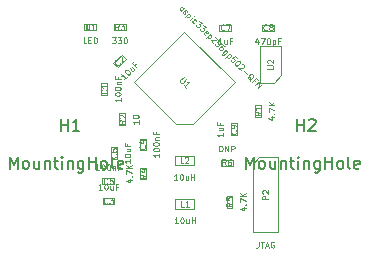
<source format=gbr>
G04 #@! TF.GenerationSoftware,KiCad,Pcbnew,5.1.9*
G04 #@! TF.CreationDate,2021-04-01T11:10:47+02:00*
G04 #@! TF.ProjectId,Y11025HL,59313130-3235-4484-9c2e-6b696361645f,rev?*
G04 #@! TF.SameCoordinates,Original*
G04 #@! TF.FileFunction,Other,Fab,Top*
%FSLAX45Y45*%
G04 Gerber Fmt 4.5, Leading zero omitted, Abs format (unit mm)*
G04 Created by KiCad (PCBNEW 5.1.9) date 2021-04-01 11:10:47*
%MOMM*%
%LPD*%
G01*
G04 APERTURE LIST*
%ADD10C,0.100000*%
%ADD11C,0.070000*%
%ADD12C,0.150000*%
G04 APERTURE END LIST*
D10*
X10071911Y-9688053D02*
X9930489Y-9688053D01*
X10425464Y-9334500D02*
X10071911Y-9688053D01*
X10001200Y-8910236D02*
X10425464Y-9334500D01*
X9576936Y-9334500D02*
X10001200Y-8910236D01*
X9930489Y-9688053D02*
X9576936Y-9334500D01*
X9346800Y-9439350D02*
X9296800Y-9439350D01*
X9296800Y-9439350D02*
X9296800Y-9339350D01*
X9296800Y-9339350D02*
X9346800Y-9339350D01*
X9346800Y-9339350D02*
X9346800Y-9439350D01*
X9505643Y-9135212D02*
X9434932Y-9205923D01*
X9470288Y-9099857D02*
X9505643Y-9135212D01*
X9399577Y-9170568D02*
X9470288Y-9099857D01*
X9434932Y-9205923D02*
X9399577Y-9170568D01*
X9307600Y-10312800D02*
X9407600Y-10312800D01*
X9307600Y-10362800D02*
X9307600Y-10312800D01*
X9407600Y-10362800D02*
X9307600Y-10362800D01*
X9407600Y-10312800D02*
X9407600Y-10362800D01*
X9671920Y-9910280D02*
X9621920Y-9910280D01*
X9621920Y-9910280D02*
X9621920Y-9810280D01*
X9621920Y-9810280D02*
X9671920Y-9810280D01*
X9671920Y-9810280D02*
X9671920Y-9910280D01*
X9405850Y-10147700D02*
X9405850Y-10197700D01*
X9405850Y-10197700D02*
X9305850Y-10197700D01*
X9305850Y-10197700D02*
X9305850Y-10147700D01*
X9305850Y-10147700D02*
X9405850Y-10147700D01*
X9429350Y-9883700D02*
X9429350Y-9983700D01*
X9379350Y-9883700D02*
X9429350Y-9883700D01*
X9379350Y-9983700D02*
X9379350Y-9883700D01*
X9429350Y-9983700D02*
X9379350Y-9983700D01*
X10396400Y-8895950D02*
X10296400Y-8895950D01*
X10396400Y-8845950D02*
X10396400Y-8895950D01*
X10296400Y-8845950D02*
X10396400Y-8845950D01*
X10296400Y-8895950D02*
X10296400Y-8845950D01*
X10758400Y-8895950D02*
X10658400Y-8895950D01*
X10758400Y-8845950D02*
X10758400Y-8895950D01*
X10658400Y-8845950D02*
X10758400Y-8845950D01*
X10658400Y-8895950D02*
X10658400Y-8845950D01*
X10395400Y-9682250D02*
X10445400Y-9682250D01*
X10445400Y-9682250D02*
X10445400Y-9782250D01*
X10445400Y-9782250D02*
X10395400Y-9782250D01*
X10395400Y-9782250D02*
X10395400Y-9682250D01*
X9173450Y-8889600D02*
X9173450Y-8839600D01*
X9163450Y-8889600D02*
X9163450Y-8839600D01*
X9253450Y-8889600D02*
X9153450Y-8889600D01*
X9253450Y-8839600D02*
X9253450Y-8889600D01*
X9153450Y-8839600D02*
X9253450Y-8839600D01*
X9153450Y-8889600D02*
X9153450Y-8839600D01*
X9925000Y-10403200D02*
X9925000Y-10323200D01*
X9925000Y-10323200D02*
X10085000Y-10323200D01*
X10085000Y-10323200D02*
X10085000Y-10403200D01*
X10085000Y-10403200D02*
X9925000Y-10403200D01*
X10079980Y-10034900D02*
X9919980Y-10034900D01*
X10079980Y-9954900D02*
X10079980Y-10034900D01*
X9919980Y-9954900D02*
X10079980Y-9954900D01*
X9919980Y-10034900D02*
X9919980Y-9954900D01*
X10582000Y-10022000D02*
X10634500Y-9969500D01*
X10582000Y-10604500D02*
X10582000Y-10022000D01*
X10792000Y-10604500D02*
X10582000Y-10604500D01*
X10792000Y-9969500D02*
X10792000Y-10604500D01*
X10634500Y-9969500D02*
X10792000Y-9969500D01*
X10648600Y-9625800D02*
X10598600Y-9625800D01*
X10598600Y-9625800D02*
X10598600Y-9525800D01*
X10598600Y-9525800D02*
X10648600Y-9525800D01*
X10648600Y-9525800D02*
X10648600Y-9625800D01*
X9499200Y-9597950D02*
X9499200Y-9697950D01*
X9449200Y-9597950D02*
X9499200Y-9597950D01*
X9449200Y-9697950D02*
X9449200Y-9597950D01*
X9499200Y-9697950D02*
X9449200Y-9697950D01*
X9402850Y-8889600D02*
X9402850Y-8839600D01*
X9402850Y-8839600D02*
X9502850Y-8839600D01*
X9502850Y-8839600D02*
X9502850Y-8889600D01*
X9502850Y-8889600D02*
X9402850Y-8889600D01*
X9627000Y-10056700D02*
X9677000Y-10056700D01*
X9677000Y-10056700D02*
X9677000Y-10156700D01*
X9677000Y-10156700D02*
X9627000Y-10156700D01*
X9627000Y-10156700D02*
X9627000Y-10056700D01*
X10407200Y-10294200D02*
X10407200Y-10394200D01*
X10357200Y-10294200D02*
X10407200Y-10294200D01*
X10357200Y-10394200D02*
X10357200Y-10294200D01*
X10407200Y-10394200D02*
X10357200Y-10394200D01*
X10309200Y-9989000D02*
X10409200Y-9989000D01*
X10309200Y-10039000D02*
X10309200Y-9989000D01*
X10409200Y-10039000D02*
X10309200Y-10039000D01*
X10409200Y-9989000D02*
X10409200Y-10039000D01*
X10641500Y-9337100D02*
X10641500Y-9027100D01*
X10641500Y-9027100D02*
X10821500Y-9027100D01*
X10821500Y-9272100D02*
X10821500Y-9027100D01*
X10641500Y-9337100D02*
X10756500Y-9337100D01*
X10821500Y-9272100D02*
X10756500Y-9337100D01*
D11*
X9971064Y-8728240D02*
X10006419Y-8692885D01*
X9972747Y-8726557D02*
X9967697Y-8724873D01*
X9960962Y-8718139D01*
X9959279Y-8713088D01*
X9959279Y-8709721D01*
X9960962Y-8704670D01*
X9971064Y-8694568D01*
X9976115Y-8692885D01*
X9979482Y-8692885D01*
X9984532Y-8694568D01*
X9991267Y-8701303D01*
X9992950Y-8706353D01*
X9987900Y-8741709D02*
X9989583Y-8746760D01*
X9996318Y-8753494D01*
X10001368Y-8755178D01*
X10006419Y-8753494D01*
X10008103Y-8751810D01*
X10009786Y-8746760D01*
X10008103Y-8741709D01*
X10003052Y-8736658D01*
X10001368Y-8731607D01*
X10003052Y-8726557D01*
X10004736Y-8724873D01*
X10009786Y-8723189D01*
X10014837Y-8724873D01*
X10019888Y-8729924D01*
X10021571Y-8734974D01*
X10040091Y-8750127D02*
X10004736Y-8785482D01*
X10038407Y-8751810D02*
X10043458Y-8753494D01*
X10050192Y-8760228D01*
X10051876Y-8765279D01*
X10051876Y-8768646D01*
X10050192Y-8773697D01*
X10040091Y-8783799D01*
X10035040Y-8785482D01*
X10031673Y-8785482D01*
X10026622Y-8783799D01*
X10019888Y-8777064D01*
X10018204Y-8772013D01*
X10048509Y-8805685D02*
X10072079Y-8782115D01*
X10083864Y-8770330D02*
X10080497Y-8770330D01*
X10080497Y-8773697D01*
X10083864Y-8773697D01*
X10083864Y-8770330D01*
X10080497Y-8773697D01*
X10082181Y-8835990D02*
X10077130Y-8834306D01*
X10070395Y-8827572D01*
X10068712Y-8822521D01*
X10068712Y-8819154D01*
X10070395Y-8814103D01*
X10080497Y-8804002D01*
X10085548Y-8802318D01*
X10088915Y-8802318D01*
X10093966Y-8804002D01*
X10100700Y-8810736D01*
X10102384Y-8815787D01*
X10127637Y-8814103D02*
X10149524Y-8835990D01*
X10124270Y-8837673D01*
X10129321Y-8842724D01*
X10131005Y-8847775D01*
X10131005Y-8851142D01*
X10129321Y-8856193D01*
X10120903Y-8864611D01*
X10115852Y-8866294D01*
X10112485Y-8866294D01*
X10107434Y-8864611D01*
X10097333Y-8854509D01*
X10095649Y-8849458D01*
X10095649Y-8846091D01*
X10161309Y-8847775D02*
X10183196Y-8869661D01*
X10157942Y-8871345D01*
X10162993Y-8876396D01*
X10164676Y-8881447D01*
X10164676Y-8884814D01*
X10162993Y-8889865D01*
X10154575Y-8898282D01*
X10149524Y-8899966D01*
X10146157Y-8899966D01*
X10141106Y-8898282D01*
X10131005Y-8888181D01*
X10129321Y-8883130D01*
X10129321Y-8879763D01*
X10178145Y-8931954D02*
X10173094Y-8930271D01*
X10166360Y-8923536D01*
X10164676Y-8918486D01*
X10166360Y-8913435D01*
X10179829Y-8899966D01*
X10184879Y-8898282D01*
X10189930Y-8899966D01*
X10196665Y-8906700D01*
X10198348Y-8911751D01*
X10196665Y-8916802D01*
X10193297Y-8920169D01*
X10173094Y-8906700D01*
X10216868Y-8926903D02*
X10181512Y-8962259D01*
X10215184Y-8928587D02*
X10220235Y-8930271D01*
X10226969Y-8937005D01*
X10228653Y-8942056D01*
X10228653Y-8945423D01*
X10226969Y-8950474D01*
X10216868Y-8960575D01*
X10211817Y-8962259D01*
X10208450Y-8962259D01*
X10203399Y-8960575D01*
X10196665Y-8953841D01*
X10194981Y-8948790D01*
X10255590Y-8948790D02*
X10258957Y-8948790D01*
X10264008Y-8950474D01*
X10272426Y-8958892D01*
X10274110Y-8963942D01*
X10274110Y-8967310D01*
X10272426Y-8972360D01*
X10269059Y-8975728D01*
X10262324Y-8979095D01*
X10221918Y-8979095D01*
X10243805Y-9000981D01*
X10311148Y-8997614D02*
X10294313Y-8980778D01*
X10275793Y-8995931D01*
X10279160Y-8995931D01*
X10284211Y-8997614D01*
X10292629Y-9006032D01*
X10294313Y-9011083D01*
X10294313Y-9014450D01*
X10292629Y-9019501D01*
X10284211Y-9027919D01*
X10279160Y-9029602D01*
X10275793Y-9029602D01*
X10270742Y-9027919D01*
X10262324Y-9019501D01*
X10260641Y-9014450D01*
X10260641Y-9011083D01*
X10343137Y-9029602D02*
X10336402Y-9022868D01*
X10331352Y-9021184D01*
X10327984Y-9021184D01*
X10319566Y-9022868D01*
X10311148Y-9027919D01*
X10297680Y-9041387D01*
X10295996Y-9046438D01*
X10295996Y-9049805D01*
X10297680Y-9054856D01*
X10304414Y-9061590D01*
X10309465Y-9063274D01*
X10312832Y-9063274D01*
X10317883Y-9061590D01*
X10326301Y-9053173D01*
X10327984Y-9048122D01*
X10327984Y-9044755D01*
X10326301Y-9039704D01*
X10319566Y-9032969D01*
X10314516Y-9031286D01*
X10311148Y-9031286D01*
X10306098Y-9032969D01*
X10365023Y-9075059D02*
X10336402Y-9103680D01*
X10331352Y-9105364D01*
X10327984Y-9105364D01*
X10322934Y-9103680D01*
X10317883Y-9098629D01*
X10316199Y-9093579D01*
X10343137Y-9096946D02*
X10338086Y-9095262D01*
X10331352Y-9088528D01*
X10329668Y-9083477D01*
X10329668Y-9080110D01*
X10331352Y-9075059D01*
X10341453Y-9064958D01*
X10346504Y-9063274D01*
X10349871Y-9063274D01*
X10354922Y-9064958D01*
X10361656Y-9071692D01*
X10363340Y-9076743D01*
X10381859Y-9091895D02*
X10346504Y-9127250D01*
X10380176Y-9093579D02*
X10385226Y-9095262D01*
X10391961Y-9101997D01*
X10393644Y-9107047D01*
X10393644Y-9110415D01*
X10391961Y-9115465D01*
X10381859Y-9125567D01*
X10376808Y-9127250D01*
X10373441Y-9127250D01*
X10368390Y-9125567D01*
X10361656Y-9118832D01*
X10359972Y-9113782D01*
X10442468Y-9128934D02*
X10425632Y-9112098D01*
X10407113Y-9127250D01*
X10410480Y-9127250D01*
X10415531Y-9128934D01*
X10423949Y-9137352D01*
X10425632Y-9142403D01*
X10425632Y-9145770D01*
X10423949Y-9150821D01*
X10415531Y-9159239D01*
X10410480Y-9160922D01*
X10407113Y-9160922D01*
X10402062Y-9159239D01*
X10393644Y-9150821D01*
X10391961Y-9145770D01*
X10391961Y-9142403D01*
X10466039Y-9152504D02*
X10469406Y-9155871D01*
X10471089Y-9160922D01*
X10471089Y-9164289D01*
X10469406Y-9169340D01*
X10464355Y-9177758D01*
X10455937Y-9186176D01*
X10447519Y-9191227D01*
X10442468Y-9192910D01*
X10439101Y-9192910D01*
X10434050Y-9191227D01*
X10430683Y-9187860D01*
X10429000Y-9182809D01*
X10429000Y-9179442D01*
X10430683Y-9174391D01*
X10435734Y-9165973D01*
X10444152Y-9157555D01*
X10452570Y-9152504D01*
X10457621Y-9150821D01*
X10460988Y-9150821D01*
X10466039Y-9152504D01*
X10487925Y-9181125D02*
X10491292Y-9181125D01*
X10496343Y-9182809D01*
X10504761Y-9191227D01*
X10506445Y-9196277D01*
X10506445Y-9199645D01*
X10504761Y-9204695D01*
X10501394Y-9208063D01*
X10494660Y-9211430D01*
X10454253Y-9211430D01*
X10476140Y-9233316D01*
X10504761Y-9235000D02*
X10531698Y-9261937D01*
X10555269Y-9319179D02*
X10553585Y-9314129D01*
X10553585Y-9307394D01*
X10553585Y-9297293D01*
X10551901Y-9292242D01*
X10548534Y-9288875D01*
X10541800Y-9298976D02*
X10540116Y-9293926D01*
X10540116Y-9287191D01*
X10545167Y-9278773D01*
X10556952Y-9266988D01*
X10565370Y-9261937D01*
X10572105Y-9261937D01*
X10577155Y-9263621D01*
X10583890Y-9270355D01*
X10585573Y-9275406D01*
X10585573Y-9282140D01*
X10580522Y-9290558D01*
X10568737Y-9302343D01*
X10560319Y-9307394D01*
X10553585Y-9307394D01*
X10548534Y-9305711D01*
X10541800Y-9298976D01*
X10602409Y-9322547D02*
X10590624Y-9310761D01*
X10572105Y-9329281D02*
X10607460Y-9293926D01*
X10624296Y-9310761D01*
X10602409Y-9359585D02*
X10637764Y-9324230D01*
X10622612Y-9379789D01*
X10657967Y-9344433D01*
X9993624Y-9288201D02*
X9965003Y-9316822D01*
X9963319Y-9321873D01*
X9963319Y-9325240D01*
X9965003Y-9330291D01*
X9971737Y-9337025D01*
X9976788Y-9338709D01*
X9980155Y-9338709D01*
X9985206Y-9337025D01*
X10013827Y-9308404D01*
X10013827Y-9379115D02*
X9993624Y-9358912D01*
X10003725Y-9369014D02*
X10039081Y-9333658D01*
X10030663Y-9335342D01*
X10023928Y-9335342D01*
X10018878Y-9333658D01*
X9461419Y-9466731D02*
X9461419Y-9495302D01*
X9461419Y-9481017D02*
X9411419Y-9481017D01*
X9418562Y-9485779D01*
X9423324Y-9490540D01*
X9425705Y-9495302D01*
X9411419Y-9435779D02*
X9411419Y-9431017D01*
X9413800Y-9426255D01*
X9416181Y-9423874D01*
X9420943Y-9421493D01*
X9430467Y-9419112D01*
X9442371Y-9419112D01*
X9451895Y-9421493D01*
X9456657Y-9423874D01*
X9459038Y-9426255D01*
X9461419Y-9431017D01*
X9461419Y-9435779D01*
X9459038Y-9440540D01*
X9456657Y-9442921D01*
X9451895Y-9445302D01*
X9442371Y-9447683D01*
X9430467Y-9447683D01*
X9420943Y-9445302D01*
X9416181Y-9442921D01*
X9413800Y-9440540D01*
X9411419Y-9435779D01*
X9411419Y-9388160D02*
X9411419Y-9383398D01*
X9413800Y-9378636D01*
X9416181Y-9376255D01*
X9420943Y-9373874D01*
X9430467Y-9371493D01*
X9442371Y-9371493D01*
X9451895Y-9373874D01*
X9456657Y-9376255D01*
X9459038Y-9378636D01*
X9461419Y-9383398D01*
X9461419Y-9388160D01*
X9459038Y-9392921D01*
X9456657Y-9395302D01*
X9451895Y-9397683D01*
X9442371Y-9400064D01*
X9430467Y-9400064D01*
X9420943Y-9397683D01*
X9416181Y-9395302D01*
X9413800Y-9392921D01*
X9411419Y-9388160D01*
X9428086Y-9350064D02*
X9461419Y-9350064D01*
X9432848Y-9350064D02*
X9430467Y-9347683D01*
X9428086Y-9342921D01*
X9428086Y-9335779D01*
X9430467Y-9331017D01*
X9435229Y-9328636D01*
X9461419Y-9328636D01*
X9435229Y-9288160D02*
X9435229Y-9304826D01*
X9461419Y-9304826D02*
X9411419Y-9304826D01*
X9411419Y-9281017D01*
X9339657Y-9397683D02*
X9342038Y-9400064D01*
X9344419Y-9407207D01*
X9344419Y-9411969D01*
X9342038Y-9419112D01*
X9337276Y-9423874D01*
X9332514Y-9426255D01*
X9322990Y-9428636D01*
X9315848Y-9428636D01*
X9306324Y-9426255D01*
X9301562Y-9423874D01*
X9296800Y-9419112D01*
X9294419Y-9411969D01*
X9294419Y-9407207D01*
X9296800Y-9400064D01*
X9299181Y-9397683D01*
X9344419Y-9350064D02*
X9344419Y-9378636D01*
X9344419Y-9364350D02*
X9294419Y-9364350D01*
X9301562Y-9369112D01*
X9306324Y-9373874D01*
X9308705Y-9378636D01*
X9513455Y-9289496D02*
X9493252Y-9309699D01*
X9503353Y-9299598D02*
X9467998Y-9264242D01*
X9469682Y-9272660D01*
X9469682Y-9279395D01*
X9467998Y-9284446D01*
X9499986Y-9232254D02*
X9503353Y-9228887D01*
X9508404Y-9227204D01*
X9511771Y-9227204D01*
X9516822Y-9228887D01*
X9525240Y-9233938D01*
X9533658Y-9242356D01*
X9538709Y-9250774D01*
X9540392Y-9255825D01*
X9540392Y-9259192D01*
X9538709Y-9264242D01*
X9535342Y-9267610D01*
X9530291Y-9269293D01*
X9526924Y-9269293D01*
X9521873Y-9267610D01*
X9513455Y-9262559D01*
X9505037Y-9254141D01*
X9499986Y-9245723D01*
X9498303Y-9240672D01*
X9498303Y-9237305D01*
X9499986Y-9232254D01*
X9553861Y-9201950D02*
X9577431Y-9225520D01*
X9538709Y-9217102D02*
X9557228Y-9235622D01*
X9562279Y-9237305D01*
X9567330Y-9235622D01*
X9572380Y-9230571D01*
X9574064Y-9225520D01*
X9574064Y-9222153D01*
X9587533Y-9178380D02*
X9575748Y-9190165D01*
X9594267Y-9208684D02*
X9558912Y-9173329D01*
X9575748Y-9156493D01*
X9459344Y-9171409D02*
X9459344Y-9174777D01*
X9455977Y-9181511D01*
X9452610Y-9184878D01*
X9445876Y-9188245D01*
X9439141Y-9188245D01*
X9434091Y-9186562D01*
X9425673Y-9181511D01*
X9420622Y-9176460D01*
X9415571Y-9168042D01*
X9413887Y-9162992D01*
X9413887Y-9156257D01*
X9417255Y-9149523D01*
X9420622Y-9146156D01*
X9427356Y-9142788D01*
X9430723Y-9142788D01*
X9444192Y-9129320D02*
X9444192Y-9125953D01*
X9445876Y-9120902D01*
X9454294Y-9112484D01*
X9459344Y-9110800D01*
X9462712Y-9110800D01*
X9467762Y-9112484D01*
X9471129Y-9115851D01*
X9474497Y-9122585D01*
X9474497Y-9162992D01*
X9496383Y-9141105D01*
X9304029Y-10243419D02*
X9275457Y-10243419D01*
X9289743Y-10243419D02*
X9289743Y-10193419D01*
X9284981Y-10200562D01*
X9280219Y-10205324D01*
X9275457Y-10207705D01*
X9334981Y-10193419D02*
X9339743Y-10193419D01*
X9344505Y-10195800D01*
X9346886Y-10198181D01*
X9349267Y-10202943D01*
X9351648Y-10212467D01*
X9351648Y-10224371D01*
X9349267Y-10233895D01*
X9346886Y-10238657D01*
X9344505Y-10241038D01*
X9339743Y-10243419D01*
X9334981Y-10243419D01*
X9330219Y-10241038D01*
X9327838Y-10238657D01*
X9325457Y-10233895D01*
X9323076Y-10224371D01*
X9323076Y-10212467D01*
X9325457Y-10202943D01*
X9327838Y-10198181D01*
X9330219Y-10195800D01*
X9334981Y-10193419D01*
X9394505Y-10210086D02*
X9394505Y-10243419D01*
X9373076Y-10210086D02*
X9373076Y-10236276D01*
X9375457Y-10241038D01*
X9380219Y-10243419D01*
X9387362Y-10243419D01*
X9392124Y-10241038D01*
X9394505Y-10238657D01*
X9434981Y-10217229D02*
X9418314Y-10217229D01*
X9418314Y-10243419D02*
X9418314Y-10193419D01*
X9442124Y-10193419D01*
X9349267Y-10355657D02*
X9346886Y-10358038D01*
X9339743Y-10360419D01*
X9334981Y-10360419D01*
X9327838Y-10358038D01*
X9323076Y-10353276D01*
X9320695Y-10348514D01*
X9318314Y-10338990D01*
X9318314Y-10331848D01*
X9320695Y-10322324D01*
X9323076Y-10317562D01*
X9327838Y-10312800D01*
X9334981Y-10310419D01*
X9339743Y-10310419D01*
X9346886Y-10312800D01*
X9349267Y-10315181D01*
X9365933Y-10310419D02*
X9396886Y-10310419D01*
X9380219Y-10329467D01*
X9387362Y-10329467D01*
X9392124Y-10331848D01*
X9394505Y-10334229D01*
X9396886Y-10338990D01*
X9396886Y-10350895D01*
X9394505Y-10355657D01*
X9392124Y-10358038D01*
X9387362Y-10360419D01*
X9373076Y-10360419D01*
X9368314Y-10358038D01*
X9365933Y-10355657D01*
X9786539Y-9937661D02*
X9786539Y-9966232D01*
X9786539Y-9951947D02*
X9736539Y-9951947D01*
X9743682Y-9956709D01*
X9748444Y-9961470D01*
X9750825Y-9966232D01*
X9736539Y-9906709D02*
X9736539Y-9901947D01*
X9738920Y-9897185D01*
X9741301Y-9894804D01*
X9746063Y-9892423D01*
X9755587Y-9890042D01*
X9767491Y-9890042D01*
X9777015Y-9892423D01*
X9781777Y-9894804D01*
X9784158Y-9897185D01*
X9786539Y-9901947D01*
X9786539Y-9906709D01*
X9784158Y-9911470D01*
X9781777Y-9913851D01*
X9777015Y-9916232D01*
X9767491Y-9918613D01*
X9755587Y-9918613D01*
X9746063Y-9916232D01*
X9741301Y-9913851D01*
X9738920Y-9911470D01*
X9736539Y-9906709D01*
X9736539Y-9859090D02*
X9736539Y-9854328D01*
X9738920Y-9849566D01*
X9741301Y-9847185D01*
X9746063Y-9844804D01*
X9755587Y-9842423D01*
X9767491Y-9842423D01*
X9777015Y-9844804D01*
X9781777Y-9847185D01*
X9784158Y-9849566D01*
X9786539Y-9854328D01*
X9786539Y-9859090D01*
X9784158Y-9863851D01*
X9781777Y-9866232D01*
X9777015Y-9868613D01*
X9767491Y-9870994D01*
X9755587Y-9870994D01*
X9746063Y-9868613D01*
X9741301Y-9866232D01*
X9738920Y-9863851D01*
X9736539Y-9859090D01*
X9753206Y-9820994D02*
X9786539Y-9820994D01*
X9757968Y-9820994D02*
X9755587Y-9818613D01*
X9753206Y-9813851D01*
X9753206Y-9806709D01*
X9755587Y-9801947D01*
X9760349Y-9799566D01*
X9786539Y-9799566D01*
X9760349Y-9759090D02*
X9760349Y-9775756D01*
X9786539Y-9775756D02*
X9736539Y-9775756D01*
X9736539Y-9751947D01*
X9664777Y-9868613D02*
X9667158Y-9870994D01*
X9669539Y-9878137D01*
X9669539Y-9882899D01*
X9667158Y-9890042D01*
X9662396Y-9894804D01*
X9657634Y-9897185D01*
X9648110Y-9899566D01*
X9640968Y-9899566D01*
X9631444Y-9897185D01*
X9626682Y-9894804D01*
X9621920Y-9890042D01*
X9619539Y-9882899D01*
X9619539Y-9878137D01*
X9621920Y-9870994D01*
X9624301Y-9868613D01*
X9636206Y-9825756D02*
X9669539Y-9825756D01*
X9617158Y-9837661D02*
X9652872Y-9849566D01*
X9652872Y-9818613D01*
X9278469Y-10078319D02*
X9249898Y-10078319D01*
X9264183Y-10078319D02*
X9264183Y-10028319D01*
X9259421Y-10035462D01*
X9254660Y-10040224D01*
X9249898Y-10042605D01*
X9309421Y-10028319D02*
X9314183Y-10028319D01*
X9318945Y-10030700D01*
X9321326Y-10033081D01*
X9323707Y-10037843D01*
X9326088Y-10047367D01*
X9326088Y-10059271D01*
X9323707Y-10068795D01*
X9321326Y-10073557D01*
X9318945Y-10075938D01*
X9314183Y-10078319D01*
X9309421Y-10078319D01*
X9304660Y-10075938D01*
X9302279Y-10073557D01*
X9299898Y-10068795D01*
X9297517Y-10059271D01*
X9297517Y-10047367D01*
X9299898Y-10037843D01*
X9302279Y-10033081D01*
X9304660Y-10030700D01*
X9309421Y-10028319D01*
X9357040Y-10028319D02*
X9361802Y-10028319D01*
X9366564Y-10030700D01*
X9368945Y-10033081D01*
X9371326Y-10037843D01*
X9373707Y-10047367D01*
X9373707Y-10059271D01*
X9371326Y-10068795D01*
X9368945Y-10073557D01*
X9366564Y-10075938D01*
X9361802Y-10078319D01*
X9357040Y-10078319D01*
X9352279Y-10075938D01*
X9349898Y-10073557D01*
X9347517Y-10068795D01*
X9345136Y-10059271D01*
X9345136Y-10047367D01*
X9347517Y-10037843D01*
X9349898Y-10033081D01*
X9352279Y-10030700D01*
X9357040Y-10028319D01*
X9395136Y-10044986D02*
X9395136Y-10078319D01*
X9395136Y-10049748D02*
X9397517Y-10047367D01*
X9402279Y-10044986D01*
X9409421Y-10044986D01*
X9414183Y-10047367D01*
X9416564Y-10052129D01*
X9416564Y-10078319D01*
X9457040Y-10052129D02*
X9440374Y-10052129D01*
X9440374Y-10078319D02*
X9440374Y-10028319D01*
X9464183Y-10028319D01*
X9347517Y-10190557D02*
X9345136Y-10192938D01*
X9337993Y-10195319D01*
X9333231Y-10195319D01*
X9326088Y-10192938D01*
X9321326Y-10188176D01*
X9318945Y-10183414D01*
X9316564Y-10173890D01*
X9316564Y-10166748D01*
X9318945Y-10157224D01*
X9321326Y-10152462D01*
X9326088Y-10147700D01*
X9333231Y-10145319D01*
X9337993Y-10145319D01*
X9345136Y-10147700D01*
X9347517Y-10150081D01*
X9392755Y-10145319D02*
X9368945Y-10145319D01*
X9366564Y-10169129D01*
X9368945Y-10166748D01*
X9373707Y-10164367D01*
X9385612Y-10164367D01*
X9390374Y-10166748D01*
X9392755Y-10169129D01*
X9395136Y-10173890D01*
X9395136Y-10185795D01*
X9392755Y-10190557D01*
X9390374Y-10192938D01*
X9385612Y-10195319D01*
X9373707Y-10195319D01*
X9368945Y-10192938D01*
X9366564Y-10190557D01*
X9543969Y-9987271D02*
X9543969Y-10015843D01*
X9543969Y-10001557D02*
X9493969Y-10001557D01*
X9501112Y-10006319D01*
X9505874Y-10011081D01*
X9508255Y-10015843D01*
X9493969Y-9956319D02*
X9493969Y-9951557D01*
X9496350Y-9946795D01*
X9498731Y-9944414D01*
X9503493Y-9942033D01*
X9513017Y-9939652D01*
X9524921Y-9939652D01*
X9534445Y-9942033D01*
X9539207Y-9944414D01*
X9541588Y-9946795D01*
X9543969Y-9951557D01*
X9543969Y-9956319D01*
X9541588Y-9961081D01*
X9539207Y-9963462D01*
X9534445Y-9965843D01*
X9524921Y-9968224D01*
X9513017Y-9968224D01*
X9503493Y-9965843D01*
X9498731Y-9963462D01*
X9496350Y-9961081D01*
X9493969Y-9956319D01*
X9510636Y-9896795D02*
X9543969Y-9896795D01*
X9510636Y-9918224D02*
X9536826Y-9918224D01*
X9541588Y-9915843D01*
X9543969Y-9911081D01*
X9543969Y-9903938D01*
X9541588Y-9899176D01*
X9539207Y-9896795D01*
X9517779Y-9856319D02*
X9517779Y-9872986D01*
X9543969Y-9872986D02*
X9493969Y-9872986D01*
X9493969Y-9849176D01*
X9422207Y-9942033D02*
X9424588Y-9944414D01*
X9426969Y-9951557D01*
X9426969Y-9956319D01*
X9424588Y-9963462D01*
X9419826Y-9968224D01*
X9415064Y-9970605D01*
X9405540Y-9972986D01*
X9398398Y-9972986D01*
X9388874Y-9970605D01*
X9384112Y-9968224D01*
X9379350Y-9963462D01*
X9376969Y-9956319D01*
X9376969Y-9951557D01*
X9379350Y-9944414D01*
X9381731Y-9942033D01*
X9376969Y-9899176D02*
X9376969Y-9908700D01*
X9379350Y-9913462D01*
X9381731Y-9915843D01*
X9388874Y-9920605D01*
X9398398Y-9922986D01*
X9417445Y-9922986D01*
X9422207Y-9920605D01*
X9424588Y-9918224D01*
X9426969Y-9913462D01*
X9426969Y-9903938D01*
X9424588Y-9899176D01*
X9422207Y-9896795D01*
X9417445Y-9894414D01*
X9405540Y-9894414D01*
X9400779Y-9896795D01*
X9398398Y-9899176D01*
X9396017Y-9903938D01*
X9396017Y-9913462D01*
X9398398Y-9918224D01*
X9400779Y-9920605D01*
X9405540Y-9922986D01*
X10316638Y-9010569D02*
X10288067Y-9010569D01*
X10302352Y-9010569D02*
X10302352Y-8960569D01*
X10297590Y-8967712D01*
X10292829Y-8972474D01*
X10288067Y-8974855D01*
X10359495Y-8977236D02*
X10359495Y-9010569D01*
X10338067Y-8977236D02*
X10338067Y-9003426D01*
X10340448Y-9008188D01*
X10345210Y-9010569D01*
X10352352Y-9010569D01*
X10357114Y-9008188D01*
X10359495Y-9005807D01*
X10399971Y-8984379D02*
X10383305Y-8984379D01*
X10383305Y-9010569D02*
X10383305Y-8960569D01*
X10407114Y-8960569D01*
X10338067Y-8888807D02*
X10335686Y-8891188D01*
X10328543Y-8893569D01*
X10323781Y-8893569D01*
X10316638Y-8891188D01*
X10311876Y-8886426D01*
X10309495Y-8881664D01*
X10307114Y-8872140D01*
X10307114Y-8864998D01*
X10309495Y-8855474D01*
X10311876Y-8850712D01*
X10316638Y-8845950D01*
X10323781Y-8843569D01*
X10328543Y-8843569D01*
X10335686Y-8845950D01*
X10338067Y-8848331D01*
X10354733Y-8843569D02*
X10388067Y-8843569D01*
X10366638Y-8893569D01*
X10626257Y-8977236D02*
X10626257Y-9010569D01*
X10614352Y-8958188D02*
X10602448Y-8993902D01*
X10633400Y-8993902D01*
X10647686Y-8960569D02*
X10681019Y-8960569D01*
X10659590Y-9010569D01*
X10709590Y-8960569D02*
X10714352Y-8960569D01*
X10719114Y-8962950D01*
X10721495Y-8965331D01*
X10723876Y-8970093D01*
X10726257Y-8979617D01*
X10726257Y-8991521D01*
X10723876Y-9001045D01*
X10721495Y-9005807D01*
X10719114Y-9008188D01*
X10714352Y-9010569D01*
X10709590Y-9010569D01*
X10704829Y-9008188D01*
X10702448Y-9005807D01*
X10700067Y-9001045D01*
X10697686Y-8991521D01*
X10697686Y-8979617D01*
X10700067Y-8970093D01*
X10702448Y-8965331D01*
X10704829Y-8962950D01*
X10709590Y-8960569D01*
X10747686Y-8977236D02*
X10747686Y-9027236D01*
X10747686Y-8979617D02*
X10752448Y-8977236D01*
X10761971Y-8977236D01*
X10766733Y-8979617D01*
X10769114Y-8981998D01*
X10771495Y-8986760D01*
X10771495Y-9001045D01*
X10769114Y-9005807D01*
X10766733Y-9008188D01*
X10761971Y-9010569D01*
X10752448Y-9010569D01*
X10747686Y-9008188D01*
X10809590Y-8984379D02*
X10792924Y-8984379D01*
X10792924Y-9010569D02*
X10792924Y-8960569D01*
X10816733Y-8960569D01*
X10700067Y-8888807D02*
X10697686Y-8891188D01*
X10690543Y-8893569D01*
X10685781Y-8893569D01*
X10678638Y-8891188D01*
X10673876Y-8886426D01*
X10671495Y-8881664D01*
X10669114Y-8872140D01*
X10669114Y-8864998D01*
X10671495Y-8855474D01*
X10673876Y-8850712D01*
X10678638Y-8845950D01*
X10685781Y-8843569D01*
X10690543Y-8843569D01*
X10697686Y-8845950D01*
X10700067Y-8848331D01*
X10728638Y-8864998D02*
X10723876Y-8862617D01*
X10721495Y-8860236D01*
X10719114Y-8855474D01*
X10719114Y-8853093D01*
X10721495Y-8848331D01*
X10723876Y-8845950D01*
X10728638Y-8843569D01*
X10738162Y-8843569D01*
X10742924Y-8845950D01*
X10745305Y-8848331D01*
X10747686Y-8853093D01*
X10747686Y-8855474D01*
X10745305Y-8860236D01*
X10742924Y-8862617D01*
X10738162Y-8864998D01*
X10728638Y-8864998D01*
X10723876Y-8867379D01*
X10721495Y-8869760D01*
X10719114Y-8874521D01*
X10719114Y-8884045D01*
X10721495Y-8888807D01*
X10723876Y-8891188D01*
X10728638Y-8893569D01*
X10738162Y-8893569D01*
X10742924Y-8891188D01*
X10745305Y-8888807D01*
X10747686Y-8884045D01*
X10747686Y-8874521D01*
X10745305Y-8869760D01*
X10742924Y-8867379D01*
X10738162Y-8864998D01*
X10326019Y-9762012D02*
X10326019Y-9790583D01*
X10326019Y-9776298D02*
X10276019Y-9776298D01*
X10283162Y-9781060D01*
X10287924Y-9785821D01*
X10290305Y-9790583D01*
X10292686Y-9719155D02*
X10326019Y-9719155D01*
X10292686Y-9740583D02*
X10318876Y-9740583D01*
X10323638Y-9738202D01*
X10326019Y-9733440D01*
X10326019Y-9726298D01*
X10323638Y-9721536D01*
X10321257Y-9719155D01*
X10299829Y-9678679D02*
X10299829Y-9695345D01*
X10326019Y-9695345D02*
X10276019Y-9695345D01*
X10276019Y-9671536D01*
X10438257Y-9740583D02*
X10440638Y-9742964D01*
X10443019Y-9750107D01*
X10443019Y-9754869D01*
X10440638Y-9762012D01*
X10435876Y-9766774D01*
X10431114Y-9769155D01*
X10421590Y-9771536D01*
X10414448Y-9771536D01*
X10404924Y-9769155D01*
X10400162Y-9766774D01*
X10395400Y-9762012D01*
X10393019Y-9754869D01*
X10393019Y-9750107D01*
X10395400Y-9742964D01*
X10397781Y-9740583D01*
X10443019Y-9716774D02*
X10443019Y-9707250D01*
X10440638Y-9702488D01*
X10438257Y-9700107D01*
X10431114Y-9695345D01*
X10421590Y-9692964D01*
X10402543Y-9692964D01*
X10397781Y-9695345D01*
X10395400Y-9697726D01*
X10393019Y-9702488D01*
X10393019Y-9712012D01*
X10395400Y-9716774D01*
X10397781Y-9719155D01*
X10402543Y-9721536D01*
X10414448Y-9721536D01*
X10419210Y-9719155D01*
X10421590Y-9716774D01*
X10423971Y-9712012D01*
X10423971Y-9702488D01*
X10421590Y-9697726D01*
X10419210Y-9695345D01*
X10414448Y-9692964D01*
X9171307Y-9004219D02*
X9147498Y-9004219D01*
X9147498Y-8954219D01*
X9187974Y-8978029D02*
X9204640Y-8978029D01*
X9211783Y-9004219D02*
X9187974Y-9004219D01*
X9187974Y-8954219D01*
X9211783Y-8954219D01*
X9233212Y-9004219D02*
X9233212Y-8954219D01*
X9245117Y-8954219D01*
X9252260Y-8956600D01*
X9257021Y-8961362D01*
X9259402Y-8966124D01*
X9261783Y-8975648D01*
X9261783Y-8982790D01*
X9259402Y-8992314D01*
X9257021Y-8997076D01*
X9252260Y-9001838D01*
X9245117Y-9004219D01*
X9233212Y-9004219D01*
X9166545Y-8887219D02*
X9166545Y-8837219D01*
X9178450Y-8837219D01*
X9185593Y-8839600D01*
X9190355Y-8844362D01*
X9192736Y-8849124D01*
X9195117Y-8858648D01*
X9195117Y-8865790D01*
X9192736Y-8875314D01*
X9190355Y-8880076D01*
X9185593Y-8884838D01*
X9178450Y-8887219D01*
X9166545Y-8887219D01*
X9242736Y-8887219D02*
X9214164Y-8887219D01*
X9228450Y-8887219D02*
X9228450Y-8837219D01*
X9223688Y-8844362D01*
X9218926Y-8849124D01*
X9214164Y-8851505D01*
X9946667Y-10528819D02*
X9918095Y-10528819D01*
X9932381Y-10528819D02*
X9932381Y-10478819D01*
X9927619Y-10485962D01*
X9922857Y-10490724D01*
X9918095Y-10493105D01*
X9977619Y-10478819D02*
X9982381Y-10478819D01*
X9987143Y-10481200D01*
X9989524Y-10483581D01*
X9991905Y-10488343D01*
X9994286Y-10497867D01*
X9994286Y-10509771D01*
X9991905Y-10519295D01*
X9989524Y-10524057D01*
X9987143Y-10526438D01*
X9982381Y-10528819D01*
X9977619Y-10528819D01*
X9972857Y-10526438D01*
X9970476Y-10524057D01*
X9968095Y-10519295D01*
X9965714Y-10509771D01*
X9965714Y-10497867D01*
X9968095Y-10488343D01*
X9970476Y-10483581D01*
X9972857Y-10481200D01*
X9977619Y-10478819D01*
X10037143Y-10495486D02*
X10037143Y-10528819D01*
X10015714Y-10495486D02*
X10015714Y-10521676D01*
X10018095Y-10526438D01*
X10022857Y-10528819D01*
X10030000Y-10528819D01*
X10034762Y-10526438D01*
X10037143Y-10524057D01*
X10060952Y-10528819D02*
X10060952Y-10478819D01*
X10060952Y-10502629D02*
X10089524Y-10502629D01*
X10089524Y-10528819D02*
X10089524Y-10478819D01*
X9996667Y-10385819D02*
X9972857Y-10385819D01*
X9972857Y-10335819D01*
X10039524Y-10385819D02*
X10010952Y-10385819D01*
X10025238Y-10385819D02*
X10025238Y-10335819D01*
X10020476Y-10342962D01*
X10015714Y-10347724D01*
X10010952Y-10350105D01*
X9941647Y-10160519D02*
X9913075Y-10160519D01*
X9927361Y-10160519D02*
X9927361Y-10110519D01*
X9922599Y-10117662D01*
X9917837Y-10122424D01*
X9913075Y-10124805D01*
X9972599Y-10110519D02*
X9977361Y-10110519D01*
X9982123Y-10112900D01*
X9984504Y-10115281D01*
X9986885Y-10120043D01*
X9989266Y-10129567D01*
X9989266Y-10141471D01*
X9986885Y-10150995D01*
X9984504Y-10155757D01*
X9982123Y-10158138D01*
X9977361Y-10160519D01*
X9972599Y-10160519D01*
X9967837Y-10158138D01*
X9965456Y-10155757D01*
X9963075Y-10150995D01*
X9960694Y-10141471D01*
X9960694Y-10129567D01*
X9963075Y-10120043D01*
X9965456Y-10115281D01*
X9967837Y-10112900D01*
X9972599Y-10110519D01*
X10032123Y-10127186D02*
X10032123Y-10160519D01*
X10010694Y-10127186D02*
X10010694Y-10153376D01*
X10013075Y-10158138D01*
X10017837Y-10160519D01*
X10024980Y-10160519D01*
X10029742Y-10158138D01*
X10032123Y-10155757D01*
X10055932Y-10160519D02*
X10055932Y-10110519D01*
X10055932Y-10134329D02*
X10084504Y-10134329D01*
X10084504Y-10160519D02*
X10084504Y-10110519D01*
X9991647Y-10017519D02*
X9967837Y-10017519D01*
X9967837Y-9967519D01*
X10005932Y-9972281D02*
X10008313Y-9969900D01*
X10013075Y-9967519D01*
X10024980Y-9967519D01*
X10029742Y-9969900D01*
X10032123Y-9972281D01*
X10034504Y-9977043D01*
X10034504Y-9981805D01*
X10032123Y-9988948D01*
X10003551Y-10017519D01*
X10034504Y-10017519D01*
X10628667Y-10683119D02*
X10628667Y-10718833D01*
X10626286Y-10725976D01*
X10621524Y-10730738D01*
X10614381Y-10733119D01*
X10609619Y-10733119D01*
X10645333Y-10683119D02*
X10673905Y-10683119D01*
X10659619Y-10733119D02*
X10659619Y-10683119D01*
X10688190Y-10718833D02*
X10712000Y-10718833D01*
X10683429Y-10733119D02*
X10700095Y-10683119D01*
X10716762Y-10733119D01*
X10759619Y-10685500D02*
X10754857Y-10683119D01*
X10747714Y-10683119D01*
X10740571Y-10685500D01*
X10735810Y-10690262D01*
X10733429Y-10695024D01*
X10731048Y-10704548D01*
X10731048Y-10711690D01*
X10733429Y-10721214D01*
X10735810Y-10725976D01*
X10740571Y-10730738D01*
X10747714Y-10733119D01*
X10752476Y-10733119D01*
X10759619Y-10730738D01*
X10762000Y-10728357D01*
X10762000Y-10711690D01*
X10752476Y-10711690D01*
X10709619Y-10323905D02*
X10659619Y-10323905D01*
X10659619Y-10304857D01*
X10662000Y-10300095D01*
X10664381Y-10297714D01*
X10669143Y-10295333D01*
X10676286Y-10295333D01*
X10681048Y-10297714D01*
X10683429Y-10300095D01*
X10685810Y-10304857D01*
X10685810Y-10323905D01*
X10664381Y-10276286D02*
X10662000Y-10273905D01*
X10659619Y-10269143D01*
X10659619Y-10257238D01*
X10662000Y-10252476D01*
X10664381Y-10250095D01*
X10669143Y-10247714D01*
X10673905Y-10247714D01*
X10681048Y-10250095D01*
X10709619Y-10278667D01*
X10709619Y-10247714D01*
X10729886Y-9626990D02*
X10763219Y-9626990D01*
X10710838Y-9638895D02*
X10746552Y-9650800D01*
X10746552Y-9619848D01*
X10758457Y-9600800D02*
X10760838Y-9598419D01*
X10763219Y-9600800D01*
X10760838Y-9603181D01*
X10758457Y-9600800D01*
X10763219Y-9600800D01*
X10713219Y-9581752D02*
X10713219Y-9548419D01*
X10763219Y-9569848D01*
X10763219Y-9529371D02*
X10713219Y-9529371D01*
X10763219Y-9500800D02*
X10734648Y-9522229D01*
X10713219Y-9500800D02*
X10741790Y-9529371D01*
X10646219Y-9584133D02*
X10622410Y-9600800D01*
X10646219Y-9612705D02*
X10596219Y-9612705D01*
X10596219Y-9593657D01*
X10598600Y-9588895D01*
X10600981Y-9586514D01*
X10605743Y-9584133D01*
X10612886Y-9584133D01*
X10617648Y-9586514D01*
X10620029Y-9588895D01*
X10622410Y-9593657D01*
X10622410Y-9612705D01*
X10646219Y-9536514D02*
X10646219Y-9565086D01*
X10646219Y-9550800D02*
X10596219Y-9550800D01*
X10603362Y-9555562D01*
X10608124Y-9560324D01*
X10610505Y-9565086D01*
X9613819Y-9657474D02*
X9613819Y-9686045D01*
X9613819Y-9671760D02*
X9563819Y-9671760D01*
X9570962Y-9676521D01*
X9575724Y-9681283D01*
X9578105Y-9686045D01*
X9563819Y-9626521D02*
X9563819Y-9621760D01*
X9566200Y-9616998D01*
X9568581Y-9614617D01*
X9573343Y-9612236D01*
X9582867Y-9609855D01*
X9594771Y-9609855D01*
X9604295Y-9612236D01*
X9609057Y-9614617D01*
X9611438Y-9616998D01*
X9613819Y-9621760D01*
X9613819Y-9626521D01*
X9611438Y-9631283D01*
X9609057Y-9633664D01*
X9604295Y-9636045D01*
X9594771Y-9638426D01*
X9582867Y-9638426D01*
X9573343Y-9636045D01*
X9568581Y-9633664D01*
X9566200Y-9631283D01*
X9563819Y-9626521D01*
X9496819Y-9656283D02*
X9473010Y-9672950D01*
X9496819Y-9684855D02*
X9446819Y-9684855D01*
X9446819Y-9665807D01*
X9449200Y-9661045D01*
X9451581Y-9658664D01*
X9456343Y-9656283D01*
X9463486Y-9656283D01*
X9468248Y-9658664D01*
X9470629Y-9661045D01*
X9473010Y-9665807D01*
X9473010Y-9684855D01*
X9451581Y-9637236D02*
X9449200Y-9634855D01*
X9446819Y-9630093D01*
X9446819Y-9618188D01*
X9449200Y-9613426D01*
X9451581Y-9611045D01*
X9456343Y-9608664D01*
X9461105Y-9608664D01*
X9468248Y-9611045D01*
X9496819Y-9639617D01*
X9496819Y-9608664D01*
X9388564Y-8954219D02*
X9419517Y-8954219D01*
X9402850Y-8973267D01*
X9409993Y-8973267D01*
X9414755Y-8975648D01*
X9417136Y-8978029D01*
X9419517Y-8982790D01*
X9419517Y-8994695D01*
X9417136Y-8999457D01*
X9414755Y-9001838D01*
X9409993Y-9004219D01*
X9395707Y-9004219D01*
X9390945Y-9001838D01*
X9388564Y-8999457D01*
X9436183Y-8954219D02*
X9467136Y-8954219D01*
X9450469Y-8973267D01*
X9457612Y-8973267D01*
X9462374Y-8975648D01*
X9464755Y-8978029D01*
X9467136Y-8982790D01*
X9467136Y-8994695D01*
X9464755Y-8999457D01*
X9462374Y-9001838D01*
X9457612Y-9004219D01*
X9443326Y-9004219D01*
X9438564Y-9001838D01*
X9436183Y-8999457D01*
X9498088Y-8954219D02*
X9502850Y-8954219D01*
X9507612Y-8956600D01*
X9509993Y-8958981D01*
X9512374Y-8963743D01*
X9514755Y-8973267D01*
X9514755Y-8985171D01*
X9512374Y-8994695D01*
X9509993Y-8999457D01*
X9507612Y-9001838D01*
X9502850Y-9004219D01*
X9498088Y-9004219D01*
X9493326Y-9001838D01*
X9490945Y-8999457D01*
X9488564Y-8994695D01*
X9486183Y-8985171D01*
X9486183Y-8973267D01*
X9488564Y-8963743D01*
X9490945Y-8958981D01*
X9493326Y-8956600D01*
X9498088Y-8954219D01*
X9444517Y-8887219D02*
X9427850Y-8863410D01*
X9415945Y-8887219D02*
X9415945Y-8837219D01*
X9434993Y-8837219D01*
X9439755Y-8839600D01*
X9442136Y-8841981D01*
X9444517Y-8846743D01*
X9444517Y-8853886D01*
X9442136Y-8858648D01*
X9439755Y-8861029D01*
X9434993Y-8863410D01*
X9415945Y-8863410D01*
X9461183Y-8837219D02*
X9492136Y-8837219D01*
X9475469Y-8856267D01*
X9482612Y-8856267D01*
X9487374Y-8858648D01*
X9489755Y-8861029D01*
X9492136Y-8865790D01*
X9492136Y-8877695D01*
X9489755Y-8882457D01*
X9487374Y-8884838D01*
X9482612Y-8887219D01*
X9468326Y-8887219D01*
X9463564Y-8884838D01*
X9461183Y-8882457D01*
X9524286Y-10157890D02*
X9557619Y-10157890D01*
X9505238Y-10169795D02*
X9540952Y-10181700D01*
X9540952Y-10150748D01*
X9552857Y-10131700D02*
X9555238Y-10129319D01*
X9557619Y-10131700D01*
X9555238Y-10134081D01*
X9552857Y-10131700D01*
X9557619Y-10131700D01*
X9507619Y-10112652D02*
X9507619Y-10079319D01*
X9557619Y-10100748D01*
X9557619Y-10060271D02*
X9507619Y-10060271D01*
X9557619Y-10031700D02*
X9529048Y-10053129D01*
X9507619Y-10031700D02*
X9536190Y-10060271D01*
X9674619Y-10115033D02*
X9650810Y-10131700D01*
X9674619Y-10143605D02*
X9624619Y-10143605D01*
X9624619Y-10124557D01*
X9627000Y-10119795D01*
X9629381Y-10117414D01*
X9634143Y-10115033D01*
X9641286Y-10115033D01*
X9646048Y-10117414D01*
X9648429Y-10119795D01*
X9650810Y-10124557D01*
X9650810Y-10143605D01*
X9641286Y-10072176D02*
X9674619Y-10072176D01*
X9622238Y-10084081D02*
X9657952Y-10095986D01*
X9657952Y-10065033D01*
X10488486Y-10395390D02*
X10521819Y-10395390D01*
X10469438Y-10407295D02*
X10505152Y-10419200D01*
X10505152Y-10388248D01*
X10517057Y-10369200D02*
X10519438Y-10366819D01*
X10521819Y-10369200D01*
X10519438Y-10371581D01*
X10517057Y-10369200D01*
X10521819Y-10369200D01*
X10471819Y-10350152D02*
X10471819Y-10316819D01*
X10521819Y-10338248D01*
X10521819Y-10297771D02*
X10471819Y-10297771D01*
X10521819Y-10269200D02*
X10493248Y-10290629D01*
X10471819Y-10269200D02*
X10500390Y-10297771D01*
X10404819Y-10352533D02*
X10381010Y-10369200D01*
X10404819Y-10381105D02*
X10354819Y-10381105D01*
X10354819Y-10362057D01*
X10357200Y-10357295D01*
X10359581Y-10354914D01*
X10364343Y-10352533D01*
X10371486Y-10352533D01*
X10376248Y-10354914D01*
X10378629Y-10357295D01*
X10381010Y-10362057D01*
X10381010Y-10381105D01*
X10354819Y-10307295D02*
X10354819Y-10331105D01*
X10378629Y-10333486D01*
X10376248Y-10331105D01*
X10373867Y-10326343D01*
X10373867Y-10314438D01*
X10376248Y-10309676D01*
X10378629Y-10307295D01*
X10383390Y-10304914D01*
X10395295Y-10304914D01*
X10400057Y-10307295D01*
X10402438Y-10309676D01*
X10404819Y-10314438D01*
X10404819Y-10326343D01*
X10402438Y-10331105D01*
X10400057Y-10333486D01*
X10294914Y-9919619D02*
X10294914Y-9869619D01*
X10306819Y-9869619D01*
X10313962Y-9872000D01*
X10318724Y-9876762D01*
X10321105Y-9881524D01*
X10323486Y-9891048D01*
X10323486Y-9898190D01*
X10321105Y-9907714D01*
X10318724Y-9912476D01*
X10313962Y-9917238D01*
X10306819Y-9919619D01*
X10294914Y-9919619D01*
X10344914Y-9919619D02*
X10344914Y-9869619D01*
X10373486Y-9919619D01*
X10373486Y-9869619D01*
X10397295Y-9919619D02*
X10397295Y-9869619D01*
X10416343Y-9869619D01*
X10421105Y-9872000D01*
X10423486Y-9874381D01*
X10425867Y-9879143D01*
X10425867Y-9886286D01*
X10423486Y-9891048D01*
X10421105Y-9893429D01*
X10416343Y-9895810D01*
X10397295Y-9895810D01*
X10350867Y-10036619D02*
X10334200Y-10012810D01*
X10322295Y-10036619D02*
X10322295Y-9986619D01*
X10341343Y-9986619D01*
X10346105Y-9989000D01*
X10348486Y-9991381D01*
X10350867Y-9996143D01*
X10350867Y-10003286D01*
X10348486Y-10008048D01*
X10346105Y-10010429D01*
X10341343Y-10012810D01*
X10322295Y-10012810D01*
X10393724Y-9986619D02*
X10384200Y-9986619D01*
X10379438Y-9989000D01*
X10377057Y-9991381D01*
X10372295Y-9998524D01*
X10369914Y-10008048D01*
X10369914Y-10027095D01*
X10372295Y-10031857D01*
X10374676Y-10034238D01*
X10379438Y-10036619D01*
X10388962Y-10036619D01*
X10393724Y-10034238D01*
X10396105Y-10031857D01*
X10398486Y-10027095D01*
X10398486Y-10015190D01*
X10396105Y-10010429D01*
X10393724Y-10008048D01*
X10388962Y-10005667D01*
X10379438Y-10005667D01*
X10374676Y-10008048D01*
X10372295Y-10010429D01*
X10369914Y-10015190D01*
X10704119Y-9220195D02*
X10744595Y-9220195D01*
X10749357Y-9217814D01*
X10751738Y-9215433D01*
X10754119Y-9210671D01*
X10754119Y-9201148D01*
X10751738Y-9196386D01*
X10749357Y-9194005D01*
X10744595Y-9191624D01*
X10704119Y-9191624D01*
X10708881Y-9170195D02*
X10706500Y-9167814D01*
X10704119Y-9163052D01*
X10704119Y-9151148D01*
X10706500Y-9146386D01*
X10708881Y-9144005D01*
X10713643Y-9141624D01*
X10718405Y-9141624D01*
X10725548Y-9144005D01*
X10754119Y-9172576D01*
X10754119Y-9141624D01*
D12*
X8521429Y-10065238D02*
X8521429Y-9965238D01*
X8554762Y-10036667D01*
X8588095Y-9965238D01*
X8588095Y-10065238D01*
X8650000Y-10065238D02*
X8640476Y-10060476D01*
X8635714Y-10055714D01*
X8630952Y-10046190D01*
X8630952Y-10017619D01*
X8635714Y-10008095D01*
X8640476Y-10003333D01*
X8650000Y-9998571D01*
X8664286Y-9998571D01*
X8673810Y-10003333D01*
X8678571Y-10008095D01*
X8683333Y-10017619D01*
X8683333Y-10046190D01*
X8678571Y-10055714D01*
X8673810Y-10060476D01*
X8664286Y-10065238D01*
X8650000Y-10065238D01*
X8769048Y-9998571D02*
X8769048Y-10065238D01*
X8726190Y-9998571D02*
X8726190Y-10050952D01*
X8730952Y-10060476D01*
X8740476Y-10065238D01*
X8754762Y-10065238D01*
X8764286Y-10060476D01*
X8769048Y-10055714D01*
X8816667Y-9998571D02*
X8816667Y-10065238D01*
X8816667Y-10008095D02*
X8821429Y-10003333D01*
X8830952Y-9998571D01*
X8845238Y-9998571D01*
X8854762Y-10003333D01*
X8859524Y-10012857D01*
X8859524Y-10065238D01*
X8892857Y-9998571D02*
X8930952Y-9998571D01*
X8907143Y-9965238D02*
X8907143Y-10050952D01*
X8911905Y-10060476D01*
X8921429Y-10065238D01*
X8930952Y-10065238D01*
X8964286Y-10065238D02*
X8964286Y-9998571D01*
X8964286Y-9965238D02*
X8959524Y-9970000D01*
X8964286Y-9974762D01*
X8969048Y-9970000D01*
X8964286Y-9965238D01*
X8964286Y-9974762D01*
X9011905Y-9998571D02*
X9011905Y-10065238D01*
X9011905Y-10008095D02*
X9016667Y-10003333D01*
X9026190Y-9998571D01*
X9040476Y-9998571D01*
X9050000Y-10003333D01*
X9054762Y-10012857D01*
X9054762Y-10065238D01*
X9145238Y-9998571D02*
X9145238Y-10079524D01*
X9140476Y-10089048D01*
X9135714Y-10093810D01*
X9126190Y-10098571D01*
X9111905Y-10098571D01*
X9102381Y-10093810D01*
X9145238Y-10060476D02*
X9135714Y-10065238D01*
X9116667Y-10065238D01*
X9107143Y-10060476D01*
X9102381Y-10055714D01*
X9097619Y-10046190D01*
X9097619Y-10017619D01*
X9102381Y-10008095D01*
X9107143Y-10003333D01*
X9116667Y-9998571D01*
X9135714Y-9998571D01*
X9145238Y-10003333D01*
X9192857Y-10065238D02*
X9192857Y-9965238D01*
X9192857Y-10012857D02*
X9250000Y-10012857D01*
X9250000Y-10065238D02*
X9250000Y-9965238D01*
X9311905Y-10065238D02*
X9302381Y-10060476D01*
X9297619Y-10055714D01*
X9292857Y-10046190D01*
X9292857Y-10017619D01*
X9297619Y-10008095D01*
X9302381Y-10003333D01*
X9311905Y-9998571D01*
X9326190Y-9998571D01*
X9335714Y-10003333D01*
X9340476Y-10008095D01*
X9345238Y-10017619D01*
X9345238Y-10046190D01*
X9340476Y-10055714D01*
X9335714Y-10060476D01*
X9326190Y-10065238D01*
X9311905Y-10065238D01*
X9402381Y-10065238D02*
X9392857Y-10060476D01*
X9388095Y-10050952D01*
X9388095Y-9965238D01*
X9478571Y-10060476D02*
X9469048Y-10065238D01*
X9450000Y-10065238D01*
X9440476Y-10060476D01*
X9435714Y-10050952D01*
X9435714Y-10012857D01*
X9440476Y-10003333D01*
X9450000Y-9998571D01*
X9469048Y-9998571D01*
X9478571Y-10003333D01*
X9483333Y-10012857D01*
X9483333Y-10022381D01*
X9435714Y-10031905D01*
X8953810Y-9745238D02*
X8953810Y-9645238D01*
X8953810Y-9692857D02*
X9010952Y-9692857D01*
X9010952Y-9745238D02*
X9010952Y-9645238D01*
X9110952Y-9745238D02*
X9053810Y-9745238D01*
X9082381Y-9745238D02*
X9082381Y-9645238D01*
X9072857Y-9659524D01*
X9063333Y-9669048D01*
X9053810Y-9673810D01*
X10521429Y-10065238D02*
X10521429Y-9965238D01*
X10554762Y-10036667D01*
X10588095Y-9965238D01*
X10588095Y-10065238D01*
X10650000Y-10065238D02*
X10640476Y-10060476D01*
X10635714Y-10055714D01*
X10630952Y-10046190D01*
X10630952Y-10017619D01*
X10635714Y-10008095D01*
X10640476Y-10003333D01*
X10650000Y-9998571D01*
X10664286Y-9998571D01*
X10673810Y-10003333D01*
X10678571Y-10008095D01*
X10683333Y-10017619D01*
X10683333Y-10046190D01*
X10678571Y-10055714D01*
X10673810Y-10060476D01*
X10664286Y-10065238D01*
X10650000Y-10065238D01*
X10769048Y-9998571D02*
X10769048Y-10065238D01*
X10726190Y-9998571D02*
X10726190Y-10050952D01*
X10730952Y-10060476D01*
X10740476Y-10065238D01*
X10754762Y-10065238D01*
X10764286Y-10060476D01*
X10769048Y-10055714D01*
X10816667Y-9998571D02*
X10816667Y-10065238D01*
X10816667Y-10008095D02*
X10821429Y-10003333D01*
X10830952Y-9998571D01*
X10845238Y-9998571D01*
X10854762Y-10003333D01*
X10859524Y-10012857D01*
X10859524Y-10065238D01*
X10892857Y-9998571D02*
X10930952Y-9998571D01*
X10907143Y-9965238D02*
X10907143Y-10050952D01*
X10911905Y-10060476D01*
X10921429Y-10065238D01*
X10930952Y-10065238D01*
X10964286Y-10065238D02*
X10964286Y-9998571D01*
X10964286Y-9965238D02*
X10959524Y-9970000D01*
X10964286Y-9974762D01*
X10969048Y-9970000D01*
X10964286Y-9965238D01*
X10964286Y-9974762D01*
X11011905Y-9998571D02*
X11011905Y-10065238D01*
X11011905Y-10008095D02*
X11016667Y-10003333D01*
X11026190Y-9998571D01*
X11040476Y-9998571D01*
X11050000Y-10003333D01*
X11054762Y-10012857D01*
X11054762Y-10065238D01*
X11145238Y-9998571D02*
X11145238Y-10079524D01*
X11140476Y-10089048D01*
X11135714Y-10093810D01*
X11126190Y-10098571D01*
X11111905Y-10098571D01*
X11102381Y-10093810D01*
X11145238Y-10060476D02*
X11135714Y-10065238D01*
X11116667Y-10065238D01*
X11107143Y-10060476D01*
X11102381Y-10055714D01*
X11097619Y-10046190D01*
X11097619Y-10017619D01*
X11102381Y-10008095D01*
X11107143Y-10003333D01*
X11116667Y-9998571D01*
X11135714Y-9998571D01*
X11145238Y-10003333D01*
X11192857Y-10065238D02*
X11192857Y-9965238D01*
X11192857Y-10012857D02*
X11250000Y-10012857D01*
X11250000Y-10065238D02*
X11250000Y-9965238D01*
X11311905Y-10065238D02*
X11302381Y-10060476D01*
X11297619Y-10055714D01*
X11292857Y-10046190D01*
X11292857Y-10017619D01*
X11297619Y-10008095D01*
X11302381Y-10003333D01*
X11311905Y-9998571D01*
X11326190Y-9998571D01*
X11335714Y-10003333D01*
X11340476Y-10008095D01*
X11345238Y-10017619D01*
X11345238Y-10046190D01*
X11340476Y-10055714D01*
X11335714Y-10060476D01*
X11326190Y-10065238D01*
X11311905Y-10065238D01*
X11402381Y-10065238D02*
X11392857Y-10060476D01*
X11388095Y-10050952D01*
X11388095Y-9965238D01*
X11478571Y-10060476D02*
X11469048Y-10065238D01*
X11450000Y-10065238D01*
X11440476Y-10060476D01*
X11435714Y-10050952D01*
X11435714Y-10012857D01*
X11440476Y-10003333D01*
X11450000Y-9998571D01*
X11469048Y-9998571D01*
X11478571Y-10003333D01*
X11483333Y-10012857D01*
X11483333Y-10022381D01*
X11435714Y-10031905D01*
X10953810Y-9745238D02*
X10953810Y-9645238D01*
X10953810Y-9692857D02*
X11010952Y-9692857D01*
X11010952Y-9745238D02*
X11010952Y-9645238D01*
X11053810Y-9654762D02*
X11058571Y-9650000D01*
X11068095Y-9645238D01*
X11091905Y-9645238D01*
X11101429Y-9650000D01*
X11106190Y-9654762D01*
X11110952Y-9664286D01*
X11110952Y-9673810D01*
X11106190Y-9688095D01*
X11049048Y-9745238D01*
X11110952Y-9745238D01*
M02*

</source>
